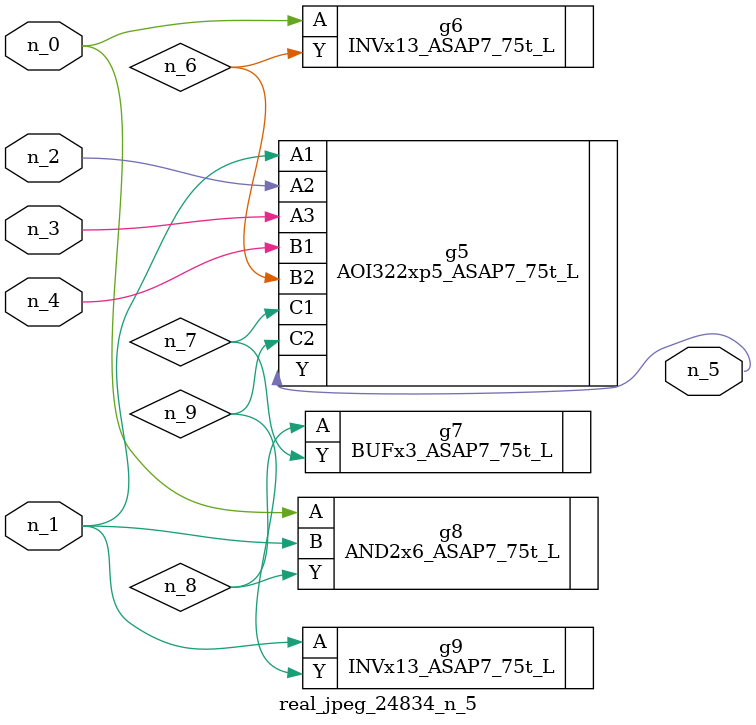
<source format=v>
module real_jpeg_24834_n_5 (n_4, n_0, n_1, n_2, n_3, n_5);

input n_4;
input n_0;
input n_1;
input n_2;
input n_3;

output n_5;

wire n_8;
wire n_6;
wire n_7;
wire n_9;

INVx13_ASAP7_75t_L g6 ( 
.A(n_0),
.Y(n_6)
);

AND2x6_ASAP7_75t_L g8 ( 
.A(n_0),
.B(n_1),
.Y(n_8)
);

AOI322xp5_ASAP7_75t_L g5 ( 
.A1(n_1),
.A2(n_2),
.A3(n_3),
.B1(n_4),
.B2(n_6),
.C1(n_7),
.C2(n_9),
.Y(n_5)
);

INVx13_ASAP7_75t_L g9 ( 
.A(n_1),
.Y(n_9)
);

BUFx3_ASAP7_75t_L g7 ( 
.A(n_8),
.Y(n_7)
);


endmodule
</source>
